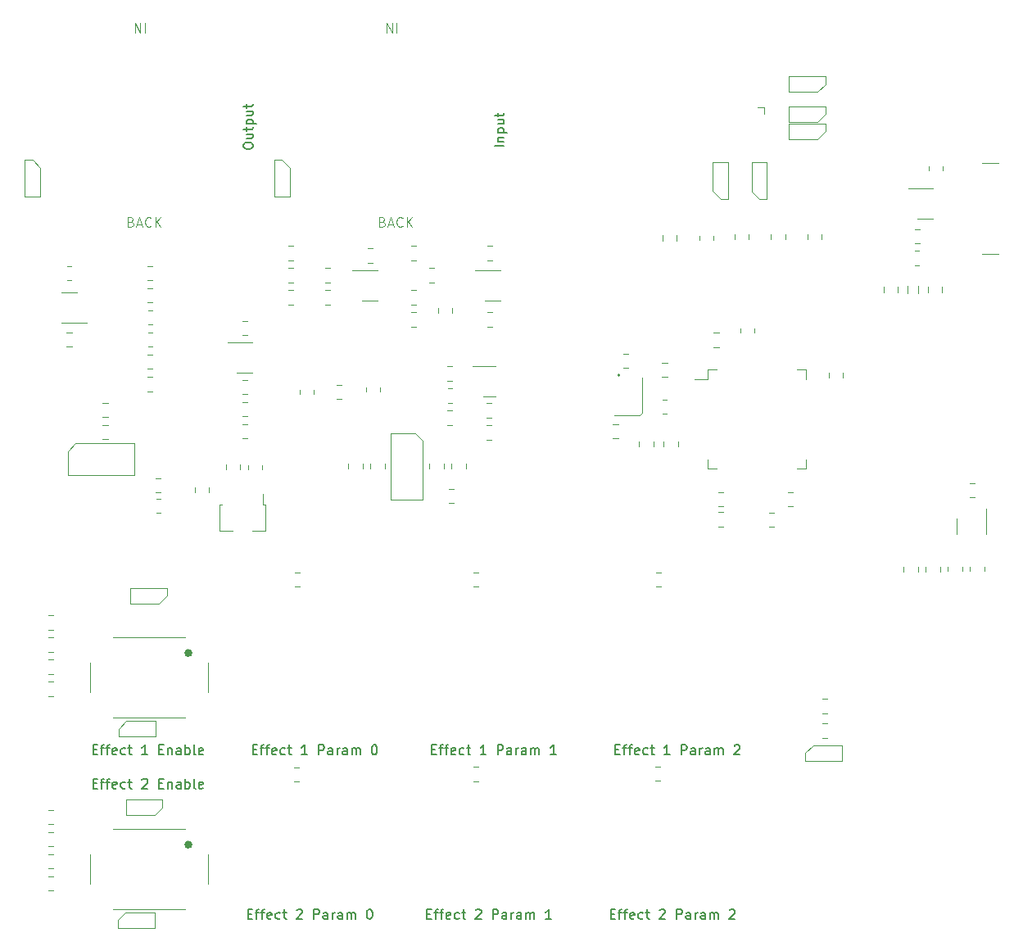
<source format=gbr>
%TF.GenerationSoftware,KiCad,Pcbnew,7.0.9*%
%TF.CreationDate,2023-12-29T23:30:02+01:00*%
%TF.ProjectId,guitar-pedal,67756974-6172-42d7-9065-64616c2e6b69,rev?*%
%TF.SameCoordinates,Original*%
%TF.FileFunction,Legend,Top*%
%TF.FilePolarity,Positive*%
%FSLAX46Y46*%
G04 Gerber Fmt 4.6, Leading zero omitted, Abs format (unit mm)*
G04 Created by KiCad (PCBNEW 7.0.9) date 2023-12-29 23:30:02*
%MOMM*%
%LPD*%
G01*
G04 APERTURE LIST*
%ADD10C,0.150000*%
%ADD11C,0.100000*%
%ADD12C,0.120000*%
%ADD13C,0.409210*%
%ADD14C,0.177000*%
G04 APERTURE END LIST*
D10*
X124369819Y-61028144D02*
X124369819Y-60837668D01*
X124369819Y-60837668D02*
X124417438Y-60742430D01*
X124417438Y-60742430D02*
X124512676Y-60647192D01*
X124512676Y-60647192D02*
X124703152Y-60599573D01*
X124703152Y-60599573D02*
X125036485Y-60599573D01*
X125036485Y-60599573D02*
X125226961Y-60647192D01*
X125226961Y-60647192D02*
X125322200Y-60742430D01*
X125322200Y-60742430D02*
X125369819Y-60837668D01*
X125369819Y-60837668D02*
X125369819Y-61028144D01*
X125369819Y-61028144D02*
X125322200Y-61123382D01*
X125322200Y-61123382D02*
X125226961Y-61218620D01*
X125226961Y-61218620D02*
X125036485Y-61266239D01*
X125036485Y-61266239D02*
X124703152Y-61266239D01*
X124703152Y-61266239D02*
X124512676Y-61218620D01*
X124512676Y-61218620D02*
X124417438Y-61123382D01*
X124417438Y-61123382D02*
X124369819Y-61028144D01*
X124703152Y-59742430D02*
X125369819Y-59742430D01*
X124703152Y-60171001D02*
X125226961Y-60171001D01*
X125226961Y-60171001D02*
X125322200Y-60123382D01*
X125322200Y-60123382D02*
X125369819Y-60028144D01*
X125369819Y-60028144D02*
X125369819Y-59885287D01*
X125369819Y-59885287D02*
X125322200Y-59790049D01*
X125322200Y-59790049D02*
X125274580Y-59742430D01*
X124703152Y-59409096D02*
X124703152Y-59028144D01*
X124369819Y-59266239D02*
X125226961Y-59266239D01*
X125226961Y-59266239D02*
X125322200Y-59218620D01*
X125322200Y-59218620D02*
X125369819Y-59123382D01*
X125369819Y-59123382D02*
X125369819Y-59028144D01*
X124703152Y-58694810D02*
X125703152Y-58694810D01*
X124750771Y-58694810D02*
X124703152Y-58599572D01*
X124703152Y-58599572D02*
X124703152Y-58409096D01*
X124703152Y-58409096D02*
X124750771Y-58313858D01*
X124750771Y-58313858D02*
X124798390Y-58266239D01*
X124798390Y-58266239D02*
X124893628Y-58218620D01*
X124893628Y-58218620D02*
X125179342Y-58218620D01*
X125179342Y-58218620D02*
X125274580Y-58266239D01*
X125274580Y-58266239D02*
X125322200Y-58313858D01*
X125322200Y-58313858D02*
X125369819Y-58409096D01*
X125369819Y-58409096D02*
X125369819Y-58599572D01*
X125369819Y-58599572D02*
X125322200Y-58694810D01*
X124703152Y-57361477D02*
X125369819Y-57361477D01*
X124703152Y-57790048D02*
X125226961Y-57790048D01*
X125226961Y-57790048D02*
X125322200Y-57742429D01*
X125322200Y-57742429D02*
X125369819Y-57647191D01*
X125369819Y-57647191D02*
X125369819Y-57504334D01*
X125369819Y-57504334D02*
X125322200Y-57409096D01*
X125322200Y-57409096D02*
X125274580Y-57361477D01*
X124703152Y-57028143D02*
X124703152Y-56647191D01*
X124369819Y-56885286D02*
X125226961Y-56885286D01*
X125226961Y-56885286D02*
X125322200Y-56837667D01*
X125322200Y-56837667D02*
X125369819Y-56742429D01*
X125369819Y-56742429D02*
X125369819Y-56647191D01*
X162836779Y-123346009D02*
X163170112Y-123346009D01*
X163312969Y-123869819D02*
X162836779Y-123869819D01*
X162836779Y-123869819D02*
X162836779Y-122869819D01*
X162836779Y-122869819D02*
X163312969Y-122869819D01*
X163598684Y-123203152D02*
X163979636Y-123203152D01*
X163741541Y-123869819D02*
X163741541Y-123012676D01*
X163741541Y-123012676D02*
X163789160Y-122917438D01*
X163789160Y-122917438D02*
X163884398Y-122869819D01*
X163884398Y-122869819D02*
X163979636Y-122869819D01*
X164170113Y-123203152D02*
X164551065Y-123203152D01*
X164312970Y-123869819D02*
X164312970Y-123012676D01*
X164312970Y-123012676D02*
X164360589Y-122917438D01*
X164360589Y-122917438D02*
X164455827Y-122869819D01*
X164455827Y-122869819D02*
X164551065Y-122869819D01*
X165265351Y-123822200D02*
X165170113Y-123869819D01*
X165170113Y-123869819D02*
X164979637Y-123869819D01*
X164979637Y-123869819D02*
X164884399Y-123822200D01*
X164884399Y-123822200D02*
X164836780Y-123726961D01*
X164836780Y-123726961D02*
X164836780Y-123346009D01*
X164836780Y-123346009D02*
X164884399Y-123250771D01*
X164884399Y-123250771D02*
X164979637Y-123203152D01*
X164979637Y-123203152D02*
X165170113Y-123203152D01*
X165170113Y-123203152D02*
X165265351Y-123250771D01*
X165265351Y-123250771D02*
X165312970Y-123346009D01*
X165312970Y-123346009D02*
X165312970Y-123441247D01*
X165312970Y-123441247D02*
X164836780Y-123536485D01*
X166170113Y-123822200D02*
X166074875Y-123869819D01*
X166074875Y-123869819D02*
X165884399Y-123869819D01*
X165884399Y-123869819D02*
X165789161Y-123822200D01*
X165789161Y-123822200D02*
X165741542Y-123774580D01*
X165741542Y-123774580D02*
X165693923Y-123679342D01*
X165693923Y-123679342D02*
X165693923Y-123393628D01*
X165693923Y-123393628D02*
X165741542Y-123298390D01*
X165741542Y-123298390D02*
X165789161Y-123250771D01*
X165789161Y-123250771D02*
X165884399Y-123203152D01*
X165884399Y-123203152D02*
X166074875Y-123203152D01*
X166074875Y-123203152D02*
X166170113Y-123250771D01*
X166455828Y-123203152D02*
X166836780Y-123203152D01*
X166598685Y-122869819D02*
X166598685Y-123726961D01*
X166598685Y-123726961D02*
X166646304Y-123822200D01*
X166646304Y-123822200D02*
X166741542Y-123869819D01*
X166741542Y-123869819D02*
X166836780Y-123869819D01*
X168455828Y-123869819D02*
X167884400Y-123869819D01*
X168170114Y-123869819D02*
X168170114Y-122869819D01*
X168170114Y-122869819D02*
X168074876Y-123012676D01*
X168074876Y-123012676D02*
X167979638Y-123107914D01*
X167979638Y-123107914D02*
X167884400Y-123155533D01*
X169646305Y-123869819D02*
X169646305Y-122869819D01*
X169646305Y-122869819D02*
X170027257Y-122869819D01*
X170027257Y-122869819D02*
X170122495Y-122917438D01*
X170122495Y-122917438D02*
X170170114Y-122965057D01*
X170170114Y-122965057D02*
X170217733Y-123060295D01*
X170217733Y-123060295D02*
X170217733Y-123203152D01*
X170217733Y-123203152D02*
X170170114Y-123298390D01*
X170170114Y-123298390D02*
X170122495Y-123346009D01*
X170122495Y-123346009D02*
X170027257Y-123393628D01*
X170027257Y-123393628D02*
X169646305Y-123393628D01*
X171074876Y-123869819D02*
X171074876Y-123346009D01*
X171074876Y-123346009D02*
X171027257Y-123250771D01*
X171027257Y-123250771D02*
X170932019Y-123203152D01*
X170932019Y-123203152D02*
X170741543Y-123203152D01*
X170741543Y-123203152D02*
X170646305Y-123250771D01*
X171074876Y-123822200D02*
X170979638Y-123869819D01*
X170979638Y-123869819D02*
X170741543Y-123869819D01*
X170741543Y-123869819D02*
X170646305Y-123822200D01*
X170646305Y-123822200D02*
X170598686Y-123726961D01*
X170598686Y-123726961D02*
X170598686Y-123631723D01*
X170598686Y-123631723D02*
X170646305Y-123536485D01*
X170646305Y-123536485D02*
X170741543Y-123488866D01*
X170741543Y-123488866D02*
X170979638Y-123488866D01*
X170979638Y-123488866D02*
X171074876Y-123441247D01*
X171551067Y-123869819D02*
X171551067Y-123203152D01*
X171551067Y-123393628D02*
X171598686Y-123298390D01*
X171598686Y-123298390D02*
X171646305Y-123250771D01*
X171646305Y-123250771D02*
X171741543Y-123203152D01*
X171741543Y-123203152D02*
X171836781Y-123203152D01*
X172598686Y-123869819D02*
X172598686Y-123346009D01*
X172598686Y-123346009D02*
X172551067Y-123250771D01*
X172551067Y-123250771D02*
X172455829Y-123203152D01*
X172455829Y-123203152D02*
X172265353Y-123203152D01*
X172265353Y-123203152D02*
X172170115Y-123250771D01*
X172598686Y-123822200D02*
X172503448Y-123869819D01*
X172503448Y-123869819D02*
X172265353Y-123869819D01*
X172265353Y-123869819D02*
X172170115Y-123822200D01*
X172170115Y-123822200D02*
X172122496Y-123726961D01*
X172122496Y-123726961D02*
X172122496Y-123631723D01*
X172122496Y-123631723D02*
X172170115Y-123536485D01*
X172170115Y-123536485D02*
X172265353Y-123488866D01*
X172265353Y-123488866D02*
X172503448Y-123488866D01*
X172503448Y-123488866D02*
X172598686Y-123441247D01*
X173074877Y-123869819D02*
X173074877Y-123203152D01*
X173074877Y-123298390D02*
X173122496Y-123250771D01*
X173122496Y-123250771D02*
X173217734Y-123203152D01*
X173217734Y-123203152D02*
X173360591Y-123203152D01*
X173360591Y-123203152D02*
X173455829Y-123250771D01*
X173455829Y-123250771D02*
X173503448Y-123346009D01*
X173503448Y-123346009D02*
X173503448Y-123869819D01*
X173503448Y-123346009D02*
X173551067Y-123250771D01*
X173551067Y-123250771D02*
X173646305Y-123203152D01*
X173646305Y-123203152D02*
X173789162Y-123203152D01*
X173789162Y-123203152D02*
X173884401Y-123250771D01*
X173884401Y-123250771D02*
X173932020Y-123346009D01*
X173932020Y-123346009D02*
X173932020Y-123869819D01*
X175122496Y-122965057D02*
X175170115Y-122917438D01*
X175170115Y-122917438D02*
X175265353Y-122869819D01*
X175265353Y-122869819D02*
X175503448Y-122869819D01*
X175503448Y-122869819D02*
X175598686Y-122917438D01*
X175598686Y-122917438D02*
X175646305Y-122965057D01*
X175646305Y-122965057D02*
X175693924Y-123060295D01*
X175693924Y-123060295D02*
X175693924Y-123155533D01*
X175693924Y-123155533D02*
X175646305Y-123298390D01*
X175646305Y-123298390D02*
X175074877Y-123869819D01*
X175074877Y-123869819D02*
X175693924Y-123869819D01*
X151316219Y-60964620D02*
X150316219Y-60964620D01*
X150649552Y-60488430D02*
X151316219Y-60488430D01*
X150744790Y-60488430D02*
X150697171Y-60440811D01*
X150697171Y-60440811D02*
X150649552Y-60345573D01*
X150649552Y-60345573D02*
X150649552Y-60202716D01*
X150649552Y-60202716D02*
X150697171Y-60107478D01*
X150697171Y-60107478D02*
X150792409Y-60059859D01*
X150792409Y-60059859D02*
X151316219Y-60059859D01*
X150649552Y-59583668D02*
X151649552Y-59583668D01*
X150697171Y-59583668D02*
X150649552Y-59488430D01*
X150649552Y-59488430D02*
X150649552Y-59297954D01*
X150649552Y-59297954D02*
X150697171Y-59202716D01*
X150697171Y-59202716D02*
X150744790Y-59155097D01*
X150744790Y-59155097D02*
X150840028Y-59107478D01*
X150840028Y-59107478D02*
X151125742Y-59107478D01*
X151125742Y-59107478D02*
X151220980Y-59155097D01*
X151220980Y-59155097D02*
X151268600Y-59202716D01*
X151268600Y-59202716D02*
X151316219Y-59297954D01*
X151316219Y-59297954D02*
X151316219Y-59488430D01*
X151316219Y-59488430D02*
X151268600Y-59583668D01*
X150649552Y-58250335D02*
X151316219Y-58250335D01*
X150649552Y-58678906D02*
X151173361Y-58678906D01*
X151173361Y-58678906D02*
X151268600Y-58631287D01*
X151268600Y-58631287D02*
X151316219Y-58536049D01*
X151316219Y-58536049D02*
X151316219Y-58393192D01*
X151316219Y-58393192D02*
X151268600Y-58297954D01*
X151268600Y-58297954D02*
X151220980Y-58250335D01*
X150649552Y-57917001D02*
X150649552Y-57536049D01*
X150316219Y-57774144D02*
X151173361Y-57774144D01*
X151173361Y-57774144D02*
X151268600Y-57726525D01*
X151268600Y-57726525D02*
X151316219Y-57631287D01*
X151316219Y-57631287D02*
X151316219Y-57536049D01*
X124836779Y-140346009D02*
X125170112Y-140346009D01*
X125312969Y-140869819D02*
X124836779Y-140869819D01*
X124836779Y-140869819D02*
X124836779Y-139869819D01*
X124836779Y-139869819D02*
X125312969Y-139869819D01*
X125598684Y-140203152D02*
X125979636Y-140203152D01*
X125741541Y-140869819D02*
X125741541Y-140012676D01*
X125741541Y-140012676D02*
X125789160Y-139917438D01*
X125789160Y-139917438D02*
X125884398Y-139869819D01*
X125884398Y-139869819D02*
X125979636Y-139869819D01*
X126170113Y-140203152D02*
X126551065Y-140203152D01*
X126312970Y-140869819D02*
X126312970Y-140012676D01*
X126312970Y-140012676D02*
X126360589Y-139917438D01*
X126360589Y-139917438D02*
X126455827Y-139869819D01*
X126455827Y-139869819D02*
X126551065Y-139869819D01*
X127265351Y-140822200D02*
X127170113Y-140869819D01*
X127170113Y-140869819D02*
X126979637Y-140869819D01*
X126979637Y-140869819D02*
X126884399Y-140822200D01*
X126884399Y-140822200D02*
X126836780Y-140726961D01*
X126836780Y-140726961D02*
X126836780Y-140346009D01*
X126836780Y-140346009D02*
X126884399Y-140250771D01*
X126884399Y-140250771D02*
X126979637Y-140203152D01*
X126979637Y-140203152D02*
X127170113Y-140203152D01*
X127170113Y-140203152D02*
X127265351Y-140250771D01*
X127265351Y-140250771D02*
X127312970Y-140346009D01*
X127312970Y-140346009D02*
X127312970Y-140441247D01*
X127312970Y-140441247D02*
X126836780Y-140536485D01*
X128170113Y-140822200D02*
X128074875Y-140869819D01*
X128074875Y-140869819D02*
X127884399Y-140869819D01*
X127884399Y-140869819D02*
X127789161Y-140822200D01*
X127789161Y-140822200D02*
X127741542Y-140774580D01*
X127741542Y-140774580D02*
X127693923Y-140679342D01*
X127693923Y-140679342D02*
X127693923Y-140393628D01*
X127693923Y-140393628D02*
X127741542Y-140298390D01*
X127741542Y-140298390D02*
X127789161Y-140250771D01*
X127789161Y-140250771D02*
X127884399Y-140203152D01*
X127884399Y-140203152D02*
X128074875Y-140203152D01*
X128074875Y-140203152D02*
X128170113Y-140250771D01*
X128455828Y-140203152D02*
X128836780Y-140203152D01*
X128598685Y-139869819D02*
X128598685Y-140726961D01*
X128598685Y-140726961D02*
X128646304Y-140822200D01*
X128646304Y-140822200D02*
X128741542Y-140869819D01*
X128741542Y-140869819D02*
X128836780Y-140869819D01*
X129884400Y-139965057D02*
X129932019Y-139917438D01*
X129932019Y-139917438D02*
X130027257Y-139869819D01*
X130027257Y-139869819D02*
X130265352Y-139869819D01*
X130265352Y-139869819D02*
X130360590Y-139917438D01*
X130360590Y-139917438D02*
X130408209Y-139965057D01*
X130408209Y-139965057D02*
X130455828Y-140060295D01*
X130455828Y-140060295D02*
X130455828Y-140155533D01*
X130455828Y-140155533D02*
X130408209Y-140298390D01*
X130408209Y-140298390D02*
X129836781Y-140869819D01*
X129836781Y-140869819D02*
X130455828Y-140869819D01*
X131646305Y-140869819D02*
X131646305Y-139869819D01*
X131646305Y-139869819D02*
X132027257Y-139869819D01*
X132027257Y-139869819D02*
X132122495Y-139917438D01*
X132122495Y-139917438D02*
X132170114Y-139965057D01*
X132170114Y-139965057D02*
X132217733Y-140060295D01*
X132217733Y-140060295D02*
X132217733Y-140203152D01*
X132217733Y-140203152D02*
X132170114Y-140298390D01*
X132170114Y-140298390D02*
X132122495Y-140346009D01*
X132122495Y-140346009D02*
X132027257Y-140393628D01*
X132027257Y-140393628D02*
X131646305Y-140393628D01*
X133074876Y-140869819D02*
X133074876Y-140346009D01*
X133074876Y-140346009D02*
X133027257Y-140250771D01*
X133027257Y-140250771D02*
X132932019Y-140203152D01*
X132932019Y-140203152D02*
X132741543Y-140203152D01*
X132741543Y-140203152D02*
X132646305Y-140250771D01*
X133074876Y-140822200D02*
X132979638Y-140869819D01*
X132979638Y-140869819D02*
X132741543Y-140869819D01*
X132741543Y-140869819D02*
X132646305Y-140822200D01*
X132646305Y-140822200D02*
X132598686Y-140726961D01*
X132598686Y-140726961D02*
X132598686Y-140631723D01*
X132598686Y-140631723D02*
X132646305Y-140536485D01*
X132646305Y-140536485D02*
X132741543Y-140488866D01*
X132741543Y-140488866D02*
X132979638Y-140488866D01*
X132979638Y-140488866D02*
X133074876Y-140441247D01*
X133551067Y-140869819D02*
X133551067Y-140203152D01*
X133551067Y-140393628D02*
X133598686Y-140298390D01*
X133598686Y-140298390D02*
X133646305Y-140250771D01*
X133646305Y-140250771D02*
X133741543Y-140203152D01*
X133741543Y-140203152D02*
X133836781Y-140203152D01*
X134598686Y-140869819D02*
X134598686Y-140346009D01*
X134598686Y-140346009D02*
X134551067Y-140250771D01*
X134551067Y-140250771D02*
X134455829Y-140203152D01*
X134455829Y-140203152D02*
X134265353Y-140203152D01*
X134265353Y-140203152D02*
X134170115Y-140250771D01*
X134598686Y-140822200D02*
X134503448Y-140869819D01*
X134503448Y-140869819D02*
X134265353Y-140869819D01*
X134265353Y-140869819D02*
X134170115Y-140822200D01*
X134170115Y-140822200D02*
X134122496Y-140726961D01*
X134122496Y-140726961D02*
X134122496Y-140631723D01*
X134122496Y-140631723D02*
X134170115Y-140536485D01*
X134170115Y-140536485D02*
X134265353Y-140488866D01*
X134265353Y-140488866D02*
X134503448Y-140488866D01*
X134503448Y-140488866D02*
X134598686Y-140441247D01*
X135074877Y-140869819D02*
X135074877Y-140203152D01*
X135074877Y-140298390D02*
X135122496Y-140250771D01*
X135122496Y-140250771D02*
X135217734Y-140203152D01*
X135217734Y-140203152D02*
X135360591Y-140203152D01*
X135360591Y-140203152D02*
X135455829Y-140250771D01*
X135455829Y-140250771D02*
X135503448Y-140346009D01*
X135503448Y-140346009D02*
X135503448Y-140869819D01*
X135503448Y-140346009D02*
X135551067Y-140250771D01*
X135551067Y-140250771D02*
X135646305Y-140203152D01*
X135646305Y-140203152D02*
X135789162Y-140203152D01*
X135789162Y-140203152D02*
X135884401Y-140250771D01*
X135884401Y-140250771D02*
X135932020Y-140346009D01*
X135932020Y-140346009D02*
X135932020Y-140869819D01*
X137360591Y-139869819D02*
X137455829Y-139869819D01*
X137455829Y-139869819D02*
X137551067Y-139917438D01*
X137551067Y-139917438D02*
X137598686Y-139965057D01*
X137598686Y-139965057D02*
X137646305Y-140060295D01*
X137646305Y-140060295D02*
X137693924Y-140250771D01*
X137693924Y-140250771D02*
X137693924Y-140488866D01*
X137693924Y-140488866D02*
X137646305Y-140679342D01*
X137646305Y-140679342D02*
X137598686Y-140774580D01*
X137598686Y-140774580D02*
X137551067Y-140822200D01*
X137551067Y-140822200D02*
X137455829Y-140869819D01*
X137455829Y-140869819D02*
X137360591Y-140869819D01*
X137360591Y-140869819D02*
X137265353Y-140822200D01*
X137265353Y-140822200D02*
X137217734Y-140774580D01*
X137217734Y-140774580D02*
X137170115Y-140679342D01*
X137170115Y-140679342D02*
X137122496Y-140488866D01*
X137122496Y-140488866D02*
X137122496Y-140250771D01*
X137122496Y-140250771D02*
X137170115Y-140060295D01*
X137170115Y-140060295D02*
X137217734Y-139965057D01*
X137217734Y-139965057D02*
X137265353Y-139917438D01*
X137265353Y-139917438D02*
X137360591Y-139869819D01*
X143836779Y-123346009D02*
X144170112Y-123346009D01*
X144312969Y-123869819D02*
X143836779Y-123869819D01*
X143836779Y-123869819D02*
X143836779Y-122869819D01*
X143836779Y-122869819D02*
X144312969Y-122869819D01*
X144598684Y-123203152D02*
X144979636Y-123203152D01*
X144741541Y-123869819D02*
X144741541Y-123012676D01*
X144741541Y-123012676D02*
X144789160Y-122917438D01*
X144789160Y-122917438D02*
X144884398Y-122869819D01*
X144884398Y-122869819D02*
X144979636Y-122869819D01*
X145170113Y-123203152D02*
X145551065Y-123203152D01*
X145312970Y-123869819D02*
X145312970Y-123012676D01*
X145312970Y-123012676D02*
X145360589Y-122917438D01*
X145360589Y-122917438D02*
X145455827Y-122869819D01*
X145455827Y-122869819D02*
X145551065Y-122869819D01*
X146265351Y-123822200D02*
X146170113Y-123869819D01*
X146170113Y-123869819D02*
X145979637Y-123869819D01*
X145979637Y-123869819D02*
X145884399Y-123822200D01*
X145884399Y-123822200D02*
X145836780Y-123726961D01*
X145836780Y-123726961D02*
X145836780Y-123346009D01*
X145836780Y-123346009D02*
X145884399Y-123250771D01*
X145884399Y-123250771D02*
X145979637Y-123203152D01*
X145979637Y-123203152D02*
X146170113Y-123203152D01*
X146170113Y-123203152D02*
X146265351Y-123250771D01*
X146265351Y-123250771D02*
X146312970Y-123346009D01*
X146312970Y-123346009D02*
X146312970Y-123441247D01*
X146312970Y-123441247D02*
X145836780Y-123536485D01*
X147170113Y-123822200D02*
X147074875Y-123869819D01*
X147074875Y-123869819D02*
X146884399Y-123869819D01*
X146884399Y-123869819D02*
X146789161Y-123822200D01*
X146789161Y-123822200D02*
X146741542Y-123774580D01*
X146741542Y-123774580D02*
X146693923Y-123679342D01*
X146693923Y-123679342D02*
X146693923Y-123393628D01*
X146693923Y-123393628D02*
X146741542Y-123298390D01*
X146741542Y-123298390D02*
X146789161Y-123250771D01*
X146789161Y-123250771D02*
X146884399Y-123203152D01*
X146884399Y-123203152D02*
X147074875Y-123203152D01*
X147074875Y-123203152D02*
X147170113Y-123250771D01*
X147455828Y-123203152D02*
X147836780Y-123203152D01*
X147598685Y-122869819D02*
X147598685Y-123726961D01*
X147598685Y-123726961D02*
X147646304Y-123822200D01*
X147646304Y-123822200D02*
X147741542Y-123869819D01*
X147741542Y-123869819D02*
X147836780Y-123869819D01*
X149455828Y-123869819D02*
X148884400Y-123869819D01*
X149170114Y-123869819D02*
X149170114Y-122869819D01*
X149170114Y-122869819D02*
X149074876Y-123012676D01*
X149074876Y-123012676D02*
X148979638Y-123107914D01*
X148979638Y-123107914D02*
X148884400Y-123155533D01*
X150646305Y-123869819D02*
X150646305Y-122869819D01*
X150646305Y-122869819D02*
X151027257Y-122869819D01*
X151027257Y-122869819D02*
X151122495Y-122917438D01*
X151122495Y-122917438D02*
X151170114Y-122965057D01*
X151170114Y-122965057D02*
X151217733Y-123060295D01*
X151217733Y-123060295D02*
X151217733Y-123203152D01*
X151217733Y-123203152D02*
X151170114Y-123298390D01*
X151170114Y-123298390D02*
X151122495Y-123346009D01*
X151122495Y-123346009D02*
X151027257Y-123393628D01*
X151027257Y-123393628D02*
X150646305Y-123393628D01*
X152074876Y-123869819D02*
X152074876Y-123346009D01*
X152074876Y-123346009D02*
X152027257Y-123250771D01*
X152027257Y-123250771D02*
X151932019Y-123203152D01*
X151932019Y-123203152D02*
X151741543Y-123203152D01*
X151741543Y-123203152D02*
X151646305Y-123250771D01*
X152074876Y-123822200D02*
X151979638Y-123869819D01*
X151979638Y-123869819D02*
X151741543Y-123869819D01*
X151741543Y-123869819D02*
X151646305Y-123822200D01*
X151646305Y-123822200D02*
X151598686Y-123726961D01*
X151598686Y-123726961D02*
X151598686Y-123631723D01*
X151598686Y-123631723D02*
X151646305Y-123536485D01*
X151646305Y-123536485D02*
X151741543Y-123488866D01*
X151741543Y-123488866D02*
X151979638Y-123488866D01*
X151979638Y-123488866D02*
X152074876Y-123441247D01*
X152551067Y-123869819D02*
X152551067Y-123203152D01*
X152551067Y-123393628D02*
X152598686Y-123298390D01*
X152598686Y-123298390D02*
X152646305Y-123250771D01*
X152646305Y-123250771D02*
X152741543Y-123203152D01*
X152741543Y-123203152D02*
X152836781Y-123203152D01*
X153598686Y-123869819D02*
X153598686Y-123346009D01*
X153598686Y-123346009D02*
X153551067Y-123250771D01*
X153551067Y-123250771D02*
X153455829Y-123203152D01*
X153455829Y-123203152D02*
X153265353Y-123203152D01*
X153265353Y-123203152D02*
X153170115Y-123250771D01*
X153598686Y-123822200D02*
X153503448Y-123869819D01*
X153503448Y-123869819D02*
X153265353Y-123869819D01*
X153265353Y-123869819D02*
X153170115Y-123822200D01*
X153170115Y-123822200D02*
X153122496Y-123726961D01*
X153122496Y-123726961D02*
X153122496Y-123631723D01*
X153122496Y-123631723D02*
X153170115Y-123536485D01*
X153170115Y-123536485D02*
X153265353Y-123488866D01*
X153265353Y-123488866D02*
X153503448Y-123488866D01*
X153503448Y-123488866D02*
X153598686Y-123441247D01*
X154074877Y-123869819D02*
X154074877Y-123203152D01*
X154074877Y-123298390D02*
X154122496Y-123250771D01*
X154122496Y-123250771D02*
X154217734Y-123203152D01*
X154217734Y-123203152D02*
X154360591Y-123203152D01*
X154360591Y-123203152D02*
X154455829Y-123250771D01*
X154455829Y-123250771D02*
X154503448Y-123346009D01*
X154503448Y-123346009D02*
X154503448Y-123869819D01*
X154503448Y-123346009D02*
X154551067Y-123250771D01*
X154551067Y-123250771D02*
X154646305Y-123203152D01*
X154646305Y-123203152D02*
X154789162Y-123203152D01*
X154789162Y-123203152D02*
X154884401Y-123250771D01*
X154884401Y-123250771D02*
X154932020Y-123346009D01*
X154932020Y-123346009D02*
X154932020Y-123869819D01*
X156693924Y-123869819D02*
X156122496Y-123869819D01*
X156408210Y-123869819D02*
X156408210Y-122869819D01*
X156408210Y-122869819D02*
X156312972Y-123012676D01*
X156312972Y-123012676D02*
X156217734Y-123107914D01*
X156217734Y-123107914D02*
X156122496Y-123155533D01*
X143336779Y-140346009D02*
X143670112Y-140346009D01*
X143812969Y-140869819D02*
X143336779Y-140869819D01*
X143336779Y-140869819D02*
X143336779Y-139869819D01*
X143336779Y-139869819D02*
X143812969Y-139869819D01*
X144098684Y-140203152D02*
X144479636Y-140203152D01*
X144241541Y-140869819D02*
X144241541Y-140012676D01*
X144241541Y-140012676D02*
X144289160Y-139917438D01*
X144289160Y-139917438D02*
X144384398Y-139869819D01*
X144384398Y-139869819D02*
X144479636Y-139869819D01*
X144670113Y-140203152D02*
X145051065Y-140203152D01*
X144812970Y-140869819D02*
X144812970Y-140012676D01*
X144812970Y-140012676D02*
X144860589Y-139917438D01*
X144860589Y-139917438D02*
X144955827Y-139869819D01*
X144955827Y-139869819D02*
X145051065Y-139869819D01*
X145765351Y-140822200D02*
X145670113Y-140869819D01*
X145670113Y-140869819D02*
X145479637Y-140869819D01*
X145479637Y-140869819D02*
X145384399Y-140822200D01*
X145384399Y-140822200D02*
X145336780Y-140726961D01*
X145336780Y-140726961D02*
X145336780Y-140346009D01*
X145336780Y-140346009D02*
X145384399Y-140250771D01*
X145384399Y-140250771D02*
X145479637Y-140203152D01*
X145479637Y-140203152D02*
X145670113Y-140203152D01*
X145670113Y-140203152D02*
X145765351Y-140250771D01*
X145765351Y-140250771D02*
X145812970Y-140346009D01*
X145812970Y-140346009D02*
X145812970Y-140441247D01*
X145812970Y-140441247D02*
X145336780Y-140536485D01*
X146670113Y-140822200D02*
X146574875Y-140869819D01*
X146574875Y-140869819D02*
X146384399Y-140869819D01*
X146384399Y-140869819D02*
X146289161Y-140822200D01*
X146289161Y-140822200D02*
X146241542Y-140774580D01*
X146241542Y-140774580D02*
X146193923Y-140679342D01*
X146193923Y-140679342D02*
X146193923Y-140393628D01*
X146193923Y-140393628D02*
X146241542Y-140298390D01*
X146241542Y-140298390D02*
X146289161Y-140250771D01*
X146289161Y-140250771D02*
X146384399Y-140203152D01*
X146384399Y-140203152D02*
X146574875Y-140203152D01*
X146574875Y-140203152D02*
X146670113Y-140250771D01*
X146955828Y-140203152D02*
X147336780Y-140203152D01*
X147098685Y-139869819D02*
X147098685Y-140726961D01*
X147098685Y-140726961D02*
X147146304Y-140822200D01*
X147146304Y-140822200D02*
X147241542Y-140869819D01*
X147241542Y-140869819D02*
X147336780Y-140869819D01*
X148384400Y-139965057D02*
X148432019Y-139917438D01*
X148432019Y-139917438D02*
X148527257Y-139869819D01*
X148527257Y-139869819D02*
X148765352Y-139869819D01*
X148765352Y-139869819D02*
X148860590Y-139917438D01*
X148860590Y-139917438D02*
X148908209Y-139965057D01*
X148908209Y-139965057D02*
X148955828Y-140060295D01*
X148955828Y-140060295D02*
X148955828Y-140155533D01*
X148955828Y-140155533D02*
X148908209Y-140298390D01*
X148908209Y-140298390D02*
X148336781Y-140869819D01*
X148336781Y-140869819D02*
X148955828Y-140869819D01*
X150146305Y-140869819D02*
X150146305Y-139869819D01*
X150146305Y-139869819D02*
X150527257Y-139869819D01*
X150527257Y-139869819D02*
X150622495Y-139917438D01*
X150622495Y-139917438D02*
X150670114Y-139965057D01*
X150670114Y-139965057D02*
X150717733Y-140060295D01*
X150717733Y-140060295D02*
X150717733Y-140203152D01*
X150717733Y-140203152D02*
X150670114Y-140298390D01*
X150670114Y-140298390D02*
X150622495Y-140346009D01*
X150622495Y-140346009D02*
X150527257Y-140393628D01*
X150527257Y-140393628D02*
X150146305Y-140393628D01*
X151574876Y-140869819D02*
X151574876Y-140346009D01*
X151574876Y-140346009D02*
X151527257Y-140250771D01*
X151527257Y-140250771D02*
X151432019Y-140203152D01*
X151432019Y-140203152D02*
X151241543Y-140203152D01*
X151241543Y-140203152D02*
X151146305Y-140250771D01*
X151574876Y-140822200D02*
X151479638Y-140869819D01*
X151479638Y-140869819D02*
X151241543Y-140869819D01*
X151241543Y-140869819D02*
X151146305Y-140822200D01*
X151146305Y-140822200D02*
X151098686Y-140726961D01*
X151098686Y-140726961D02*
X151098686Y-140631723D01*
X151098686Y-140631723D02*
X151146305Y-140536485D01*
X151146305Y-140536485D02*
X151241543Y-140488866D01*
X151241543Y-140488866D02*
X151479638Y-140488866D01*
X151479638Y-140488866D02*
X151574876Y-140441247D01*
X152051067Y-140869819D02*
X152051067Y-140203152D01*
X152051067Y-140393628D02*
X152098686Y-140298390D01*
X152098686Y-140298390D02*
X152146305Y-140250771D01*
X152146305Y-140250771D02*
X152241543Y-140203152D01*
X152241543Y-140203152D02*
X152336781Y-140203152D01*
X153098686Y-140869819D02*
X153098686Y-140346009D01*
X153098686Y-140346009D02*
X153051067Y-140250771D01*
X153051067Y-140250771D02*
X152955829Y-140203152D01*
X152955829Y-140203152D02*
X152765353Y-140203152D01*
X152765353Y-140203152D02*
X152670115Y-140250771D01*
X153098686Y-140822200D02*
X153003448Y-140869819D01*
X153003448Y-140869819D02*
X152765353Y-140869819D01*
X152765353Y-140869819D02*
X152670115Y-140822200D01*
X152670115Y-140822200D02*
X152622496Y-140726961D01*
X152622496Y-140726961D02*
X152622496Y-140631723D01*
X152622496Y-140631723D02*
X152670115Y-140536485D01*
X152670115Y-140536485D02*
X152765353Y-140488866D01*
X152765353Y-140488866D02*
X153003448Y-140488866D01*
X153003448Y-140488866D02*
X153098686Y-140441247D01*
X153574877Y-140869819D02*
X153574877Y-140203152D01*
X153574877Y-140298390D02*
X153622496Y-140250771D01*
X153622496Y-140250771D02*
X153717734Y-140203152D01*
X153717734Y-140203152D02*
X153860591Y-140203152D01*
X153860591Y-140203152D02*
X153955829Y-140250771D01*
X153955829Y-140250771D02*
X154003448Y-140346009D01*
X154003448Y-140346009D02*
X154003448Y-140869819D01*
X154003448Y-140346009D02*
X154051067Y-140250771D01*
X154051067Y-140250771D02*
X154146305Y-140203152D01*
X154146305Y-140203152D02*
X154289162Y-140203152D01*
X154289162Y-140203152D02*
X154384401Y-140250771D01*
X154384401Y-140250771D02*
X154432020Y-140346009D01*
X154432020Y-140346009D02*
X154432020Y-140869819D01*
X156193924Y-140869819D02*
X155622496Y-140869819D01*
X155908210Y-140869819D02*
X155908210Y-139869819D01*
X155908210Y-139869819D02*
X155812972Y-140012676D01*
X155812972Y-140012676D02*
X155717734Y-140107914D01*
X155717734Y-140107914D02*
X155622496Y-140155533D01*
X108836779Y-126846009D02*
X109170112Y-126846009D01*
X109312969Y-127369819D02*
X108836779Y-127369819D01*
X108836779Y-127369819D02*
X108836779Y-126369819D01*
X108836779Y-126369819D02*
X109312969Y-126369819D01*
X109598684Y-126703152D02*
X109979636Y-126703152D01*
X109741541Y-127369819D02*
X109741541Y-126512676D01*
X109741541Y-126512676D02*
X109789160Y-126417438D01*
X109789160Y-126417438D02*
X109884398Y-126369819D01*
X109884398Y-126369819D02*
X109979636Y-126369819D01*
X110170113Y-126703152D02*
X110551065Y-126703152D01*
X110312970Y-127369819D02*
X110312970Y-126512676D01*
X110312970Y-126512676D02*
X110360589Y-126417438D01*
X110360589Y-126417438D02*
X110455827Y-126369819D01*
X110455827Y-126369819D02*
X110551065Y-126369819D01*
X111265351Y-127322200D02*
X111170113Y-127369819D01*
X111170113Y-127369819D02*
X110979637Y-127369819D01*
X110979637Y-127369819D02*
X110884399Y-127322200D01*
X110884399Y-127322200D02*
X110836780Y-127226961D01*
X110836780Y-127226961D02*
X110836780Y-126846009D01*
X110836780Y-126846009D02*
X110884399Y-126750771D01*
X110884399Y-126750771D02*
X110979637Y-126703152D01*
X110979637Y-126703152D02*
X111170113Y-126703152D01*
X111170113Y-126703152D02*
X111265351Y-126750771D01*
X111265351Y-126750771D02*
X111312970Y-126846009D01*
X111312970Y-126846009D02*
X111312970Y-126941247D01*
X111312970Y-126941247D02*
X110836780Y-127036485D01*
X112170113Y-127322200D02*
X112074875Y-127369819D01*
X112074875Y-127369819D02*
X111884399Y-127369819D01*
X111884399Y-127369819D02*
X111789161Y-127322200D01*
X111789161Y-127322200D02*
X111741542Y-127274580D01*
X111741542Y-127274580D02*
X111693923Y-127179342D01*
X111693923Y-127179342D02*
X111693923Y-126893628D01*
X111693923Y-126893628D02*
X111741542Y-126798390D01*
X111741542Y-126798390D02*
X111789161Y-126750771D01*
X111789161Y-126750771D02*
X111884399Y-126703152D01*
X111884399Y-126703152D02*
X112074875Y-126703152D01*
X112074875Y-126703152D02*
X112170113Y-126750771D01*
X112455828Y-126703152D02*
X112836780Y-126703152D01*
X112598685Y-126369819D02*
X112598685Y-127226961D01*
X112598685Y-127226961D02*
X112646304Y-127322200D01*
X112646304Y-127322200D02*
X112741542Y-127369819D01*
X112741542Y-127369819D02*
X112836780Y-127369819D01*
X113884400Y-126465057D02*
X113932019Y-126417438D01*
X113932019Y-126417438D02*
X114027257Y-126369819D01*
X114027257Y-126369819D02*
X114265352Y-126369819D01*
X114265352Y-126369819D02*
X114360590Y-126417438D01*
X114360590Y-126417438D02*
X114408209Y-126465057D01*
X114408209Y-126465057D02*
X114455828Y-126560295D01*
X114455828Y-126560295D02*
X114455828Y-126655533D01*
X114455828Y-126655533D02*
X114408209Y-126798390D01*
X114408209Y-126798390D02*
X113836781Y-127369819D01*
X113836781Y-127369819D02*
X114455828Y-127369819D01*
X115646305Y-126846009D02*
X115979638Y-126846009D01*
X116122495Y-127369819D02*
X115646305Y-127369819D01*
X115646305Y-127369819D02*
X115646305Y-126369819D01*
X115646305Y-126369819D02*
X116122495Y-126369819D01*
X116551067Y-126703152D02*
X116551067Y-127369819D01*
X116551067Y-126798390D02*
X116598686Y-126750771D01*
X116598686Y-126750771D02*
X116693924Y-126703152D01*
X116693924Y-126703152D02*
X116836781Y-126703152D01*
X116836781Y-126703152D02*
X116932019Y-126750771D01*
X116932019Y-126750771D02*
X116979638Y-126846009D01*
X116979638Y-126846009D02*
X116979638Y-127369819D01*
X117884400Y-127369819D02*
X117884400Y-126846009D01*
X117884400Y-126846009D02*
X117836781Y-126750771D01*
X117836781Y-126750771D02*
X117741543Y-126703152D01*
X117741543Y-126703152D02*
X117551067Y-126703152D01*
X117551067Y-126703152D02*
X117455829Y-126750771D01*
X117884400Y-127322200D02*
X117789162Y-127369819D01*
X117789162Y-127369819D02*
X117551067Y-127369819D01*
X117551067Y-127369819D02*
X117455829Y-127322200D01*
X117455829Y-127322200D02*
X117408210Y-127226961D01*
X117408210Y-127226961D02*
X117408210Y-127131723D01*
X117408210Y-127131723D02*
X117455829Y-127036485D01*
X117455829Y-127036485D02*
X117551067Y-126988866D01*
X117551067Y-126988866D02*
X117789162Y-126988866D01*
X117789162Y-126988866D02*
X117884400Y-126941247D01*
X118360591Y-127369819D02*
X118360591Y-126369819D01*
X118360591Y-126750771D02*
X118455829Y-126703152D01*
X118455829Y-126703152D02*
X118646305Y-126703152D01*
X118646305Y-126703152D02*
X118741543Y-126750771D01*
X118741543Y-126750771D02*
X118789162Y-126798390D01*
X118789162Y-126798390D02*
X118836781Y-126893628D01*
X118836781Y-126893628D02*
X118836781Y-127179342D01*
X118836781Y-127179342D02*
X118789162Y-127274580D01*
X118789162Y-127274580D02*
X118741543Y-127322200D01*
X118741543Y-127322200D02*
X118646305Y-127369819D01*
X118646305Y-127369819D02*
X118455829Y-127369819D01*
X118455829Y-127369819D02*
X118360591Y-127322200D01*
X119408210Y-127369819D02*
X119312972Y-127322200D01*
X119312972Y-127322200D02*
X119265353Y-127226961D01*
X119265353Y-127226961D02*
X119265353Y-126369819D01*
X120170115Y-127322200D02*
X120074877Y-127369819D01*
X120074877Y-127369819D02*
X119884401Y-127369819D01*
X119884401Y-127369819D02*
X119789163Y-127322200D01*
X119789163Y-127322200D02*
X119741544Y-127226961D01*
X119741544Y-127226961D02*
X119741544Y-126846009D01*
X119741544Y-126846009D02*
X119789163Y-126750771D01*
X119789163Y-126750771D02*
X119884401Y-126703152D01*
X119884401Y-126703152D02*
X120074877Y-126703152D01*
X120074877Y-126703152D02*
X120170115Y-126750771D01*
X120170115Y-126750771D02*
X120217734Y-126846009D01*
X120217734Y-126846009D02*
X120217734Y-126941247D01*
X120217734Y-126941247D02*
X119741544Y-127036485D01*
X108836779Y-123346009D02*
X109170112Y-123346009D01*
X109312969Y-123869819D02*
X108836779Y-123869819D01*
X108836779Y-123869819D02*
X108836779Y-122869819D01*
X108836779Y-122869819D02*
X109312969Y-122869819D01*
X109598684Y-123203152D02*
X109979636Y-123203152D01*
X109741541Y-123869819D02*
X109741541Y-123012676D01*
X109741541Y-123012676D02*
X109789160Y-122917438D01*
X109789160Y-122917438D02*
X109884398Y-122869819D01*
X109884398Y-122869819D02*
X109979636Y-122869819D01*
X110170113Y-123203152D02*
X110551065Y-123203152D01*
X110312970Y-123869819D02*
X110312970Y-123012676D01*
X110312970Y-123012676D02*
X110360589Y-122917438D01*
X110360589Y-122917438D02*
X110455827Y-122869819D01*
X110455827Y-122869819D02*
X110551065Y-122869819D01*
X111265351Y-123822200D02*
X111170113Y-123869819D01*
X111170113Y-123869819D02*
X110979637Y-123869819D01*
X110979637Y-123869819D02*
X110884399Y-123822200D01*
X110884399Y-123822200D02*
X110836780Y-123726961D01*
X110836780Y-123726961D02*
X110836780Y-123346009D01*
X110836780Y-123346009D02*
X110884399Y-123250771D01*
X110884399Y-123250771D02*
X110979637Y-123203152D01*
X110979637Y-123203152D02*
X111170113Y-123203152D01*
X111170113Y-123203152D02*
X111265351Y-123250771D01*
X111265351Y-123250771D02*
X111312970Y-123346009D01*
X111312970Y-123346009D02*
X111312970Y-123441247D01*
X111312970Y-123441247D02*
X110836780Y-123536485D01*
X112170113Y-123822200D02*
X112074875Y-123869819D01*
X112074875Y-123869819D02*
X111884399Y-123869819D01*
X111884399Y-123869819D02*
X111789161Y-123822200D01*
X111789161Y-123822200D02*
X111741542Y-123774580D01*
X111741542Y-123774580D02*
X111693923Y-123679342D01*
X111693923Y-123679342D02*
X111693923Y-123393628D01*
X111693923Y-123393628D02*
X111741542Y-123298390D01*
X111741542Y-123298390D02*
X111789161Y-123250771D01*
X111789161Y-123250771D02*
X111884399Y-123203152D01*
X111884399Y-123203152D02*
X112074875Y-123203152D01*
X112074875Y-123203152D02*
X112170113Y-123250771D01*
X112455828Y-123203152D02*
X112836780Y-123203152D01*
X112598685Y-122869819D02*
X112598685Y-123726961D01*
X112598685Y-123726961D02*
X112646304Y-123822200D01*
X112646304Y-123822200D02*
X112741542Y-123869819D01*
X112741542Y-123869819D02*
X112836780Y-123869819D01*
X114455828Y-123869819D02*
X113884400Y-123869819D01*
X114170114Y-123869819D02*
X114170114Y-122869819D01*
X114170114Y-122869819D02*
X114074876Y-123012676D01*
X114074876Y-123012676D02*
X113979638Y-123107914D01*
X113979638Y-123107914D02*
X113884400Y-123155533D01*
X115646305Y-123346009D02*
X115979638Y-123346009D01*
X116122495Y-123869819D02*
X115646305Y-123869819D01*
X115646305Y-123869819D02*
X115646305Y-122869819D01*
X115646305Y-122869819D02*
X116122495Y-122869819D01*
X116551067Y-123203152D02*
X116551067Y-123869819D01*
X116551067Y-123298390D02*
X116598686Y-123250771D01*
X116598686Y-123250771D02*
X116693924Y-123203152D01*
X116693924Y-123203152D02*
X116836781Y-123203152D01*
X116836781Y-123203152D02*
X116932019Y-123250771D01*
X116932019Y-123250771D02*
X116979638Y-123346009D01*
X116979638Y-123346009D02*
X116979638Y-123869819D01*
X117884400Y-123869819D02*
X117884400Y-123346009D01*
X117884400Y-123346009D02*
X117836781Y-123250771D01*
X117836781Y-123250771D02*
X117741543Y-123203152D01*
X117741543Y-123203152D02*
X117551067Y-123203152D01*
X117551067Y-123203152D02*
X117455829Y-123250771D01*
X117884400Y-123822200D02*
X117789162Y-123869819D01*
X117789162Y-123869819D02*
X117551067Y-123869819D01*
X117551067Y-123869819D02*
X117455829Y-123822200D01*
X117455829Y-123822200D02*
X117408210Y-123726961D01*
X117408210Y-123726961D02*
X117408210Y-123631723D01*
X117408210Y-123631723D02*
X117455829Y-123536485D01*
X117455829Y-123536485D02*
X117551067Y-123488866D01*
X117551067Y-123488866D02*
X117789162Y-123488866D01*
X117789162Y-123488866D02*
X117884400Y-123441247D01*
X118360591Y-123869819D02*
X118360591Y-122869819D01*
X118360591Y-123250771D02*
X118455829Y-123203152D01*
X118455829Y-123203152D02*
X118646305Y-123203152D01*
X118646305Y-123203152D02*
X118741543Y-123250771D01*
X118741543Y-123250771D02*
X118789162Y-123298390D01*
X118789162Y-123298390D02*
X118836781Y-123393628D01*
X118836781Y-123393628D02*
X118836781Y-123679342D01*
X118836781Y-123679342D02*
X118789162Y-123774580D01*
X118789162Y-123774580D02*
X118741543Y-123822200D01*
X118741543Y-123822200D02*
X118646305Y-123869819D01*
X118646305Y-123869819D02*
X118455829Y-123869819D01*
X118455829Y-123869819D02*
X118360591Y-123822200D01*
X119408210Y-123869819D02*
X119312972Y-123822200D01*
X119312972Y-123822200D02*
X119265353Y-123726961D01*
X119265353Y-123726961D02*
X119265353Y-122869819D01*
X120170115Y-123822200D02*
X120074877Y-123869819D01*
X120074877Y-123869819D02*
X119884401Y-123869819D01*
X119884401Y-123869819D02*
X119789163Y-123822200D01*
X119789163Y-123822200D02*
X119741544Y-123726961D01*
X119741544Y-123726961D02*
X119741544Y-123346009D01*
X119741544Y-123346009D02*
X119789163Y-123250771D01*
X119789163Y-123250771D02*
X119884401Y-123203152D01*
X119884401Y-123203152D02*
X120074877Y-123203152D01*
X120074877Y-123203152D02*
X120170115Y-123250771D01*
X120170115Y-123250771D02*
X120217734Y-123346009D01*
X120217734Y-123346009D02*
X120217734Y-123441247D01*
X120217734Y-123441247D02*
X119741544Y-123536485D01*
X125336779Y-123346009D02*
X125670112Y-123346009D01*
X125812969Y-123869819D02*
X125336779Y-123869819D01*
X125336779Y-123869819D02*
X125336779Y-122869819D01*
X125336779Y-122869819D02*
X125812969Y-122869819D01*
X126098684Y-123203152D02*
X126479636Y-123203152D01*
X126241541Y-123869819D02*
X126241541Y-123012676D01*
X126241541Y-123012676D02*
X126289160Y-122917438D01*
X126289160Y-122917438D02*
X126384398Y-122869819D01*
X126384398Y-122869819D02*
X126479636Y-122869819D01*
X126670113Y-123203152D02*
X127051065Y-123203152D01*
X126812970Y-123869819D02*
X126812970Y-123012676D01*
X126812970Y-123012676D02*
X126860589Y-122917438D01*
X126860589Y-122917438D02*
X126955827Y-122869819D01*
X126955827Y-122869819D02*
X127051065Y-122869819D01*
X127765351Y-123822200D02*
X127670113Y-123869819D01*
X127670113Y-123869819D02*
X127479637Y-123869819D01*
X127479637Y-123869819D02*
X127384399Y-123822200D01*
X127384399Y-123822200D02*
X127336780Y-123726961D01*
X127336780Y-123726961D02*
X127336780Y-123346009D01*
X127336780Y-123346009D02*
X127384399Y-123250771D01*
X127384399Y-123250771D02*
X127479637Y-123203152D01*
X127479637Y-123203152D02*
X127670113Y-123203152D01*
X127670113Y-123203152D02*
X127765351Y-123250771D01*
X127765351Y-123250771D02*
X127812970Y-123346009D01*
X127812970Y-123346009D02*
X127812970Y-123441247D01*
X127812970Y-123441247D02*
X127336780Y-123536485D01*
X128670113Y-123822200D02*
X128574875Y-123869819D01*
X128574875Y-123869819D02*
X128384399Y-123869819D01*
X128384399Y-123869819D02*
X128289161Y-123822200D01*
X128289161Y-123822200D02*
X128241542Y-123774580D01*
X128241542Y-123774580D02*
X128193923Y-123679342D01*
X128193923Y-123679342D02*
X128193923Y-123393628D01*
X128193923Y-123393628D02*
X128241542Y-123298390D01*
X128241542Y-123298390D02*
X128289161Y-123250771D01*
X128289161Y-123250771D02*
X128384399Y-123203152D01*
X128384399Y-123203152D02*
X128574875Y-123203152D01*
X128574875Y-123203152D02*
X128670113Y-123250771D01*
X128955828Y-123203152D02*
X129336780Y-123203152D01*
X129098685Y-122869819D02*
X129098685Y-123726961D01*
X129098685Y-123726961D02*
X129146304Y-123822200D01*
X129146304Y-123822200D02*
X129241542Y-123869819D01*
X129241542Y-123869819D02*
X129336780Y-123869819D01*
X130955828Y-123869819D02*
X130384400Y-123869819D01*
X130670114Y-123869819D02*
X130670114Y-122869819D01*
X130670114Y-122869819D02*
X130574876Y-123012676D01*
X130574876Y-123012676D02*
X130479638Y-123107914D01*
X130479638Y-123107914D02*
X130384400Y-123155533D01*
X132146305Y-123869819D02*
X132146305Y-122869819D01*
X132146305Y-122869819D02*
X132527257Y-122869819D01*
X132527257Y-122869819D02*
X132622495Y-122917438D01*
X132622495Y-122917438D02*
X132670114Y-122965057D01*
X132670114Y-122965057D02*
X132717733Y-123060295D01*
X132717733Y-123060295D02*
X132717733Y-123203152D01*
X132717733Y-123203152D02*
X132670114Y-123298390D01*
X132670114Y-123298390D02*
X132622495Y-123346009D01*
X132622495Y-123346009D02*
X132527257Y-123393628D01*
X132527257Y-123393628D02*
X132146305Y-123393628D01*
X133574876Y-123869819D02*
X133574876Y-123346009D01*
X133574876Y-123346009D02*
X133527257Y-123250771D01*
X133527257Y-123250771D02*
X133432019Y-123203152D01*
X133432019Y-123203152D02*
X133241543Y-123203152D01*
X133241543Y-123203152D02*
X133146305Y-123250771D01*
X133574876Y-123822200D02*
X133479638Y-123869819D01*
X133479638Y-123869819D02*
X133241543Y-123869819D01*
X133241543Y-123869819D02*
X133146305Y-123822200D01*
X133146305Y-123822200D02*
X133098686Y-123726961D01*
X133098686Y-123726961D02*
X133098686Y-123631723D01*
X133098686Y-123631723D02*
X133146305Y-123536485D01*
X133146305Y-123536485D02*
X133241543Y-123488866D01*
X133241543Y-123488866D02*
X133479638Y-123488866D01*
X133479638Y-123488866D02*
X133574876Y-123441247D01*
X134051067Y-123869819D02*
X134051067Y-123203152D01*
X134051067Y-123393628D02*
X134098686Y-123298390D01*
X134098686Y-123298390D02*
X134146305Y-123250771D01*
X134146305Y-123250771D02*
X134241543Y-123203152D01*
X134241543Y-123203152D02*
X134336781Y-123203152D01*
X135098686Y-123869819D02*
X135098686Y-123346009D01*
X135098686Y-123346009D02*
X135051067Y-123250771D01*
X135051067Y-123250771D02*
X134955829Y-123203152D01*
X134955829Y-123203152D02*
X134765353Y-123203152D01*
X134765353Y-123203152D02*
X134670115Y-123250771D01*
X135098686Y-123822200D02*
X135003448Y-123869819D01*
X135003448Y-123869819D02*
X134765353Y-123869819D01*
X134765353Y-123869819D02*
X134670115Y-123822200D01*
X134670115Y-123822200D02*
X134622496Y-123726961D01*
X134622496Y-123726961D02*
X134622496Y-123631723D01*
X134622496Y-123631723D02*
X134670115Y-123536485D01*
X134670115Y-123536485D02*
X134765353Y-123488866D01*
X134765353Y-123488866D02*
X135003448Y-123488866D01*
X135003448Y-123488866D02*
X135098686Y-123441247D01*
X135574877Y-123869819D02*
X135574877Y-123203152D01*
X135574877Y-123298390D02*
X135622496Y-123250771D01*
X135622496Y-123250771D02*
X135717734Y-123203152D01*
X135717734Y-123203152D02*
X135860591Y-123203152D01*
X135860591Y-123203152D02*
X135955829Y-123250771D01*
X135955829Y-123250771D02*
X136003448Y-123346009D01*
X136003448Y-123346009D02*
X136003448Y-123869819D01*
X136003448Y-123346009D02*
X136051067Y-123250771D01*
X136051067Y-123250771D02*
X136146305Y-123203152D01*
X136146305Y-123203152D02*
X136289162Y-123203152D01*
X136289162Y-123203152D02*
X136384401Y-123250771D01*
X136384401Y-123250771D02*
X136432020Y-123346009D01*
X136432020Y-123346009D02*
X136432020Y-123869819D01*
X137860591Y-122869819D02*
X137955829Y-122869819D01*
X137955829Y-122869819D02*
X138051067Y-122917438D01*
X138051067Y-122917438D02*
X138098686Y-122965057D01*
X138098686Y-122965057D02*
X138146305Y-123060295D01*
X138146305Y-123060295D02*
X138193924Y-123250771D01*
X138193924Y-123250771D02*
X138193924Y-123488866D01*
X138193924Y-123488866D02*
X138146305Y-123679342D01*
X138146305Y-123679342D02*
X138098686Y-123774580D01*
X138098686Y-123774580D02*
X138051067Y-123822200D01*
X138051067Y-123822200D02*
X137955829Y-123869819D01*
X137955829Y-123869819D02*
X137860591Y-123869819D01*
X137860591Y-123869819D02*
X137765353Y-123822200D01*
X137765353Y-123822200D02*
X137717734Y-123774580D01*
X137717734Y-123774580D02*
X137670115Y-123679342D01*
X137670115Y-123679342D02*
X137622496Y-123488866D01*
X137622496Y-123488866D02*
X137622496Y-123250771D01*
X137622496Y-123250771D02*
X137670115Y-123060295D01*
X137670115Y-123060295D02*
X137717734Y-122965057D01*
X137717734Y-122965057D02*
X137765353Y-122917438D01*
X137765353Y-122917438D02*
X137860591Y-122869819D01*
X162336779Y-140346009D02*
X162670112Y-140346009D01*
X162812969Y-140869819D02*
X162336779Y-140869819D01*
X162336779Y-140869819D02*
X162336779Y-139869819D01*
X162336779Y-139869819D02*
X162812969Y-139869819D01*
X163098684Y-140203152D02*
X163479636Y-140203152D01*
X163241541Y-140869819D02*
X163241541Y-140012676D01*
X163241541Y-140012676D02*
X163289160Y-139917438D01*
X163289160Y-139917438D02*
X163384398Y-139869819D01*
X163384398Y-139869819D02*
X163479636Y-139869819D01*
X163670113Y-140203152D02*
X164051065Y-140203152D01*
X163812970Y-140869819D02*
X163812970Y-140012676D01*
X163812970Y-140012676D02*
X163860589Y-139917438D01*
X163860589Y-139917438D02*
X163955827Y-139869819D01*
X163955827Y-139869819D02*
X164051065Y-139869819D01*
X164765351Y-140822200D02*
X164670113Y-140869819D01*
X164670113Y-140869819D02*
X164479637Y-140869819D01*
X164479637Y-140869819D02*
X164384399Y-140822200D01*
X164384399Y-140822200D02*
X164336780Y-140726961D01*
X164336780Y-140726961D02*
X164336780Y-140346009D01*
X164336780Y-140346009D02*
X164384399Y-140250771D01*
X164384399Y-140250771D02*
X164479637Y-140203152D01*
X164479637Y-140203152D02*
X164670113Y-140203152D01*
X164670113Y-140203152D02*
X164765351Y-140250771D01*
X164765351Y-140250771D02*
X164812970Y-140346009D01*
X164812970Y-140346009D02*
X164812970Y-140441247D01*
X164812970Y-140441247D02*
X164336780Y-140536485D01*
X165670113Y-140822200D02*
X165574875Y-140869819D01*
X165574875Y-140869819D02*
X165384399Y-140869819D01*
X165384399Y-140869819D02*
X165289161Y-140822200D01*
X165289161Y-140822200D02*
X165241542Y-140774580D01*
X165241542Y-140774580D02*
X165193923Y-140679342D01*
X165193923Y-140679342D02*
X165193923Y-140393628D01*
X165193923Y-140393628D02*
X165241542Y-140298390D01*
X165241542Y-140298390D02*
X165289161Y-140250771D01*
X165289161Y-140250771D02*
X165384399Y-140203152D01*
X165384399Y-140203152D02*
X165574875Y-140203152D01*
X165574875Y-140203152D02*
X165670113Y-140250771D01*
X165955828Y-140203152D02*
X166336780Y-140203152D01*
X166098685Y-139869819D02*
X166098685Y-140726961D01*
X166098685Y-140726961D02*
X166146304Y-140822200D01*
X166146304Y-140822200D02*
X166241542Y-140869819D01*
X166241542Y-140869819D02*
X166336780Y-140869819D01*
X167384400Y-139965057D02*
X167432019Y-139917438D01*
X167432019Y-139917438D02*
X167527257Y-139869819D01*
X167527257Y-139869819D02*
X167765352Y-139869819D01*
X167765352Y-139869819D02*
X167860590Y-139917438D01*
X167860590Y-139917438D02*
X167908209Y-139965057D01*
X167908209Y-139965057D02*
X167955828Y-140060295D01*
X167955828Y-140060295D02*
X167955828Y-140155533D01*
X167955828Y-140155533D02*
X167908209Y-140298390D01*
X167908209Y-140298390D02*
X167336781Y-140869819D01*
X167336781Y-140869819D02*
X167955828Y-140869819D01*
X169146305Y-140869819D02*
X169146305Y-139869819D01*
X169146305Y-139869819D02*
X169527257Y-139869819D01*
X169527257Y-139869819D02*
X169622495Y-139917438D01*
X169622495Y-139917438D02*
X169670114Y-139965057D01*
X169670114Y-139965057D02*
X169717733Y-140060295D01*
X169717733Y-140060295D02*
X169717733Y-140203152D01*
X169717733Y-140203152D02*
X169670114Y-140298390D01*
X169670114Y-140298390D02*
X169622495Y-140346009D01*
X169622495Y-140346009D02*
X169527257Y-140393628D01*
X169527257Y-140393628D02*
X169146305Y-140393628D01*
X170574876Y-140869819D02*
X170574876Y-140346009D01*
X170574876Y-140346009D02*
X170527257Y-140250771D01*
X170527257Y-140250771D02*
X170432019Y-140203152D01*
X170432019Y-140203152D02*
X170241543Y-140203152D01*
X170241543Y-140203152D02*
X170146305Y-140250771D01*
X170574876Y-140822200D02*
X170479638Y-140869819D01*
X170479638Y-140869819D02*
X170241543Y-140869819D01*
X170241543Y-140869819D02*
X170146305Y-140822200D01*
X170146305Y-140822200D02*
X170098686Y-140726961D01*
X170098686Y-140726961D02*
X170098686Y-140631723D01*
X170098686Y-140631723D02*
X170146305Y-140536485D01*
X170146305Y-140536485D02*
X170241543Y-140488866D01*
X170241543Y-140488866D02*
X170479638Y-140488866D01*
X170479638Y-140488866D02*
X170574876Y-140441247D01*
X171051067Y-140869819D02*
X171051067Y-140203152D01*
X171051067Y-140393628D02*
X171098686Y-140298390D01*
X171098686Y-140298390D02*
X171146305Y-140250771D01*
X171146305Y-140250771D02*
X171241543Y-140203152D01*
X171241543Y-140203152D02*
X171336781Y-140203152D01*
X172098686Y-140869819D02*
X172098686Y-140346009D01*
X172098686Y-140346009D02*
X172051067Y-140250771D01*
X172051067Y-140250771D02*
X171955829Y-140203152D01*
X171955829Y-140203152D02*
X171765353Y-140203152D01*
X171765353Y-140203152D02*
X171670115Y-140250771D01*
X172098686Y-140822200D02*
X172003448Y-140869819D01*
X172003448Y-140869819D02*
X171765353Y-140869819D01*
X171765353Y-140869819D02*
X171670115Y-140822200D01*
X171670115Y-140822200D02*
X171622496Y-140726961D01*
X171622496Y-140726961D02*
X171622496Y-140631723D01*
X171622496Y-140631723D02*
X171670115Y-140536485D01*
X171670115Y-140536485D02*
X171765353Y-140488866D01*
X171765353Y-140488866D02*
X172003448Y-140488866D01*
X172003448Y-140488866D02*
X172098686Y-140441247D01*
X172574877Y-140869819D02*
X172574877Y-140203152D01*
X172574877Y-140298390D02*
X172622496Y-140250771D01*
X172622496Y-140250771D02*
X172717734Y-140203152D01*
X172717734Y-140203152D02*
X172860591Y-140203152D01*
X172860591Y-140203152D02*
X172955829Y-140250771D01*
X172955829Y-140250771D02*
X173003448Y-140346009D01*
X173003448Y-140346009D02*
X173003448Y-140869819D01*
X173003448Y-140346009D02*
X173051067Y-140250771D01*
X173051067Y-140250771D02*
X173146305Y-140203152D01*
X173146305Y-140203152D02*
X173289162Y-140203152D01*
X173289162Y-140203152D02*
X173384401Y-140250771D01*
X173384401Y-140250771D02*
X173432020Y-140346009D01*
X173432020Y-140346009D02*
X173432020Y-140869819D01*
X174622496Y-139965057D02*
X174670115Y-139917438D01*
X174670115Y-139917438D02*
X174765353Y-139869819D01*
X174765353Y-139869819D02*
X175003448Y-139869819D01*
X175003448Y-139869819D02*
X175098686Y-139917438D01*
X175098686Y-139917438D02*
X175146305Y-139965057D01*
X175146305Y-139965057D02*
X175193924Y-140060295D01*
X175193924Y-140060295D02*
X175193924Y-140155533D01*
X175193924Y-140155533D02*
X175146305Y-140298390D01*
X175146305Y-140298390D02*
X174574877Y-140869819D01*
X174574877Y-140869819D02*
X175193924Y-140869819D01*
D11*
X138732217Y-68792609D02*
X138875074Y-68840228D01*
X138875074Y-68840228D02*
X138922693Y-68887847D01*
X138922693Y-68887847D02*
X138970312Y-68983085D01*
X138970312Y-68983085D02*
X138970312Y-69125942D01*
X138970312Y-69125942D02*
X138922693Y-69221180D01*
X138922693Y-69221180D02*
X138875074Y-69268800D01*
X138875074Y-69268800D02*
X138779836Y-69316419D01*
X138779836Y-69316419D02*
X138398884Y-69316419D01*
X138398884Y-69316419D02*
X138398884Y-68316419D01*
X138398884Y-68316419D02*
X138732217Y-68316419D01*
X138732217Y-68316419D02*
X138827455Y-68364038D01*
X138827455Y-68364038D02*
X138875074Y-68411657D01*
X138875074Y-68411657D02*
X138922693Y-68506895D01*
X138922693Y-68506895D02*
X138922693Y-68602133D01*
X138922693Y-68602133D02*
X138875074Y-68697371D01*
X138875074Y-68697371D02*
X138827455Y-68744990D01*
X138827455Y-68744990D02*
X138732217Y-68792609D01*
X138732217Y-68792609D02*
X138398884Y-68792609D01*
X139351265Y-69030704D02*
X139827455Y-69030704D01*
X139256027Y-69316419D02*
X139589360Y-68316419D01*
X139589360Y-68316419D02*
X139922693Y-69316419D01*
X140827455Y-69221180D02*
X140779836Y-69268800D01*
X140779836Y-69268800D02*
X140636979Y-69316419D01*
X140636979Y-69316419D02*
X140541741Y-69316419D01*
X140541741Y-69316419D02*
X140398884Y-69268800D01*
X140398884Y-69268800D02*
X140303646Y-69173561D01*
X140303646Y-69173561D02*
X140256027Y-69078323D01*
X140256027Y-69078323D02*
X140208408Y-68887847D01*
X140208408Y-68887847D02*
X140208408Y-68744990D01*
X140208408Y-68744990D02*
X140256027Y-68554514D01*
X140256027Y-68554514D02*
X140303646Y-68459276D01*
X140303646Y-68459276D02*
X140398884Y-68364038D01*
X140398884Y-68364038D02*
X140541741Y-68316419D01*
X140541741Y-68316419D02*
X140636979Y-68316419D01*
X140636979Y-68316419D02*
X140779836Y-68364038D01*
X140779836Y-68364038D02*
X140827455Y-68411657D01*
X141256027Y-69316419D02*
X141256027Y-68316419D01*
X141827455Y-69316419D02*
X141398884Y-68744990D01*
X141827455Y-68316419D02*
X141256027Y-68887847D01*
X140204115Y-48235580D02*
X140204115Y-49235580D01*
X139727925Y-48235580D02*
X139727925Y-49235580D01*
X139727925Y-49235580D02*
X139156497Y-48235580D01*
X139156497Y-48235580D02*
X139156497Y-49235580D01*
X112732217Y-68792609D02*
X112875074Y-68840228D01*
X112875074Y-68840228D02*
X112922693Y-68887847D01*
X112922693Y-68887847D02*
X112970312Y-68983085D01*
X112970312Y-68983085D02*
X112970312Y-69125942D01*
X112970312Y-69125942D02*
X112922693Y-69221180D01*
X112922693Y-69221180D02*
X112875074Y-69268800D01*
X112875074Y-69268800D02*
X112779836Y-69316419D01*
X112779836Y-69316419D02*
X112398884Y-69316419D01*
X112398884Y-69316419D02*
X112398884Y-68316419D01*
X112398884Y-68316419D02*
X112732217Y-68316419D01*
X112732217Y-68316419D02*
X112827455Y-68364038D01*
X112827455Y-68364038D02*
X112875074Y-68411657D01*
X112875074Y-68411657D02*
X112922693Y-68506895D01*
X112922693Y-68506895D02*
X112922693Y-68602133D01*
X112922693Y-68602133D02*
X112875074Y-68697371D01*
X112875074Y-68697371D02*
X112827455Y-68744990D01*
X112827455Y-68744990D02*
X112732217Y-68792609D01*
X112732217Y-68792609D02*
X112398884Y-68792609D01*
X113351265Y-69030704D02*
X113827455Y-69030704D01*
X113256027Y-69316419D02*
X113589360Y-68316419D01*
X113589360Y-68316419D02*
X113922693Y-69316419D01*
X114827455Y-69221180D02*
X114779836Y-69268800D01*
X114779836Y-69268800D02*
X114636979Y-69316419D01*
X114636979Y-69316419D02*
X114541741Y-69316419D01*
X114541741Y-69316419D02*
X114398884Y-69268800D01*
X114398884Y-69268800D02*
X114303646Y-69173561D01*
X114303646Y-69173561D02*
X114256027Y-69078323D01*
X114256027Y-69078323D02*
X114208408Y-68887847D01*
X114208408Y-68887847D02*
X114208408Y-68744990D01*
X114208408Y-68744990D02*
X114256027Y-68554514D01*
X114256027Y-68554514D02*
X114303646Y-68459276D01*
X114303646Y-68459276D02*
X114398884Y-68364038D01*
X114398884Y-68364038D02*
X114541741Y-68316419D01*
X114541741Y-68316419D02*
X114636979Y-68316419D01*
X114636979Y-68316419D02*
X114779836Y-68364038D01*
X114779836Y-68364038D02*
X114827455Y-68411657D01*
X115256027Y-69316419D02*
X115256027Y-68316419D01*
X115827455Y-69316419D02*
X115398884Y-68744990D01*
X115827455Y-68316419D02*
X115256027Y-68887847D01*
X114204115Y-48235580D02*
X114204115Y-49235580D01*
X113727925Y-48235580D02*
X113727925Y-49235580D01*
X113727925Y-49235580D02*
X113156497Y-48235580D01*
X113156497Y-48235580D02*
X113156497Y-49235580D01*
D12*
%TO.C,C305*%
X173969652Y-98195400D02*
X173447148Y-98195400D01*
X173969652Y-96725400D02*
X173447148Y-96725400D01*
%TO.C,R605*%
X115797064Y-98880600D02*
X115342936Y-98880600D01*
X115797064Y-97410600D02*
X115342936Y-97410600D01*
%TO.C,U604*%
X142936400Y-97492400D02*
X139636400Y-97492400D01*
X142936400Y-91442400D02*
X142936400Y-97492400D01*
X142136400Y-90642400D02*
X142936400Y-91442400D01*
X139636400Y-97492400D02*
X139636400Y-90642400D01*
X139636400Y-90642400D02*
X142136400Y-90642400D01*
%TO.C,D303*%
X176898400Y-62666800D02*
X178498400Y-62666800D01*
X176898400Y-65666800D02*
X176898400Y-62666800D01*
X177698400Y-66466800D02*
X176898400Y-65666800D01*
X178498400Y-62666800D02*
X178498400Y-66466800D01*
X178498400Y-66466800D02*
X177698400Y-66466800D01*
%TO.C,C601*%
X145454148Y-83753400D02*
X145976652Y-83753400D01*
X145454148Y-85223400D02*
X145976652Y-85223400D01*
%TO.C,C615*%
X135217400Y-94328652D02*
X135217400Y-93806148D01*
X136687400Y-94328652D02*
X136687400Y-93806148D01*
%TO.C,R610*%
X114948964Y-79405400D02*
X114494836Y-79405400D01*
X114948964Y-77935400D02*
X114494836Y-77935400D01*
%TO.C,C610*%
X145885400Y-94328652D02*
X145885400Y-93806148D01*
X147355400Y-94328652D02*
X147355400Y-93806148D01*
%TO.C,R404*%
X104240936Y-129614200D02*
X104695064Y-129614200D01*
X104240936Y-131084200D02*
X104695064Y-131084200D01*
%TO.C,D403*%
X186250900Y-122897400D02*
X186250900Y-124497400D01*
X183250900Y-122897400D02*
X186250900Y-122897400D01*
X182450900Y-123697400D02*
X183250900Y-122897400D01*
X186250900Y-124497400D02*
X182450900Y-124497400D01*
X182450900Y-124497400D02*
X182450900Y-123697400D01*
%TO.C,C303*%
X167816400Y-92006652D02*
X167816400Y-91484148D01*
X169286400Y-92006652D02*
X169286400Y-91484148D01*
%TO.C,C608*%
X132820148Y-73593400D02*
X133342652Y-73593400D01*
X132820148Y-75063400D02*
X133342652Y-75063400D01*
%TO.C,R608*%
X141744336Y-71307400D02*
X142198464Y-71307400D01*
X141744336Y-72777400D02*
X142198464Y-72777400D01*
%TO.C,C403*%
X184193148Y-118136400D02*
X184715652Y-118136400D01*
X184193148Y-119606400D02*
X184715652Y-119606400D01*
%TO.C,C402*%
X104206748Y-131900200D02*
X104729252Y-131900200D01*
X104206748Y-133370200D02*
X104729252Y-133370200D01*
%TO.C,U301*%
X172331400Y-84095400D02*
X172331400Y-85045400D01*
X172331400Y-85045400D02*
X170991400Y-85045400D01*
X172331400Y-94315400D02*
X172331400Y-93365400D01*
X173281400Y-84095400D02*
X172331400Y-84095400D01*
X173281400Y-94315400D02*
X172331400Y-94315400D01*
X181601400Y-84095400D02*
X182551400Y-84095400D01*
X181601400Y-94315400D02*
X182551400Y-94315400D01*
X182551400Y-84095400D02*
X182551400Y-85045400D01*
X182551400Y-94315400D02*
X182551400Y-93365400D01*
%TO.C,R615*%
X131665400Y-86134336D02*
X131665400Y-86588464D01*
X130195400Y-86134336D02*
X130195400Y-86588464D01*
%TO.C,C409*%
X167467252Y-126563000D02*
X166944748Y-126563000D01*
X167467252Y-125093000D02*
X166944748Y-125093000D01*
%TO.C,R501*%
X195200600Y-63473064D02*
X195200600Y-63018936D01*
X196670600Y-63473064D02*
X196670600Y-63018936D01*
%TO.C,U603*%
X137399400Y-73784400D02*
X135599400Y-73784400D01*
X137399400Y-73784400D02*
X138199400Y-73784400D01*
X137399400Y-76904400D02*
X136599400Y-76904400D01*
X137399400Y-76904400D02*
X138199400Y-76904400D01*
%TO.C,C621*%
X145944600Y-77713148D02*
X145944600Y-78235652D01*
X144474600Y-77713148D02*
X144474600Y-78235652D01*
%TO.C,C406*%
X148659652Y-106497000D02*
X148137148Y-106497000D01*
X148659652Y-105027000D02*
X148137148Y-105027000D01*
%TO.C,C401*%
X104195148Y-111786400D02*
X104717652Y-111786400D01*
X104195148Y-113256400D02*
X104717652Y-113256400D01*
%TO.C,R303*%
X180387000Y-70127336D02*
X180387000Y-70581464D01*
X178917000Y-70127336D02*
X178917000Y-70581464D01*
%TO.C,R502*%
X193750536Y-71803800D02*
X194204664Y-71803800D01*
X193750536Y-73273800D02*
X194204664Y-73273800D01*
%TO.C,R204*%
X124738464Y-88874400D02*
X124284336Y-88874400D01*
X124738464Y-87404400D02*
X124284336Y-87404400D01*
%TO.C,C622*%
X149584148Y-71307400D02*
X150106652Y-71307400D01*
X149584148Y-72777400D02*
X150106652Y-72777400D01*
%TO.C,R614*%
X138523400Y-85880336D02*
X138523400Y-86334464D01*
X137053400Y-85880336D02*
X137053400Y-86334464D01*
%TO.C,C616*%
X114460648Y-73363400D02*
X114983152Y-73363400D01*
X114460648Y-74833400D02*
X114983152Y-74833400D01*
%TO.C,C311*%
X173969652Y-100299400D02*
X173447148Y-100299400D01*
X173969652Y-98829400D02*
X173447148Y-98829400D01*
%TO.C,C206*%
X194079800Y-104422348D02*
X194079800Y-104944852D01*
X192609800Y-104422348D02*
X192609800Y-104944852D01*
%TO.C,C609*%
X115831252Y-96747000D02*
X115308748Y-96747000D01*
X115831252Y-95277000D02*
X115308748Y-95277000D01*
%TO.C,C612*%
X143599400Y-94328652D02*
X143599400Y-93806148D01*
X145069400Y-94328652D02*
X145069400Y-93806148D01*
%TO.C,D401*%
X112676400Y-108241400D02*
X112676400Y-106641400D01*
X115676400Y-108241400D02*
X112676400Y-108241400D01*
X116476400Y-107441400D02*
X115676400Y-108241400D01*
X112676400Y-106641400D02*
X116476400Y-106641400D01*
X116476400Y-106641400D02*
X116476400Y-107441400D01*
%TO.C,R306*%
X177214200Y-79833736D02*
X177214200Y-80287864D01*
X175744200Y-79833736D02*
X175744200Y-80287864D01*
%TO.C,R613*%
X106595964Y-74833400D02*
X106141836Y-74833400D01*
X106595964Y-73363400D02*
X106141836Y-73363400D01*
%TO.C,C302*%
X181183252Y-98216600D02*
X180660748Y-98216600D01*
X181183252Y-96746600D02*
X180660748Y-96746600D01*
%TO.C,U606*%
X150099400Y-73784400D02*
X148299400Y-73784400D01*
X150099400Y-73784400D02*
X150899400Y-73784400D01*
X150099400Y-76904400D02*
X149299400Y-76904400D01*
X150099400Y-76904400D02*
X150899400Y-76904400D01*
%TO.C,R205*%
X124284336Y-85118400D02*
X124738464Y-85118400D01*
X124284336Y-86588400D02*
X124738464Y-86588400D01*
%TO.C,R601*%
X145488336Y-86039400D02*
X145942464Y-86039400D01*
X145488336Y-87509400D02*
X145942464Y-87509400D01*
%TO.C,C501*%
X194289652Y-71038600D02*
X193767148Y-71038600D01*
X194289652Y-69568600D02*
X193767148Y-69568600D01*
%TO.C,R612*%
X141744336Y-78165400D02*
X142198464Y-78165400D01*
X141744336Y-79635400D02*
X142198464Y-79635400D01*
%TO.C,C308*%
X163097652Y-91210400D02*
X162575148Y-91210400D01*
X163097652Y-89740400D02*
X162575148Y-89740400D01*
%TO.C,R607*%
X114494836Y-80221400D02*
X114948964Y-80221400D01*
X114494836Y-81691400D02*
X114948964Y-81691400D01*
%TO.C,C623*%
X133971148Y-85626400D02*
X134493652Y-85626400D01*
X133971148Y-87096400D02*
X134493652Y-87096400D01*
%TO.C,D302*%
X180726000Y-55359200D02*
X180726000Y-53759200D01*
X183726000Y-55359200D02*
X180726000Y-55359200D01*
X184526000Y-54559200D02*
X183726000Y-55359200D01*
X180726000Y-53759200D02*
X184526000Y-53759200D01*
X184526000Y-53759200D02*
X184526000Y-54559200D01*
%TO.C,C619*%
X106630152Y-81691400D02*
X106107648Y-81691400D01*
X106630152Y-80221400D02*
X106107648Y-80221400D01*
%TO.C,D301*%
X180726000Y-58458000D02*
X180726000Y-56858000D01*
X183726000Y-58458000D02*
X180726000Y-58458000D01*
X184526000Y-57658000D02*
X183726000Y-58458000D01*
X180726000Y-56858000D02*
X184526000Y-56858000D01*
X184526000Y-56858000D02*
X184526000Y-57658000D01*
%TO.C,C207*%
X196365800Y-104422348D02*
X196365800Y-104944852D01*
X194895800Y-104422348D02*
X194895800Y-104944852D01*
%TO.C,C606*%
X129532652Y-75063400D02*
X129010148Y-75063400D01*
X129532652Y-73593400D02*
X129010148Y-73593400D01*
%TO.C,R603*%
X129498464Y-77349400D02*
X129044336Y-77349400D01*
X129498464Y-75879400D02*
X129044336Y-75879400D01*
%TO.C,D601*%
X129144000Y-66209200D02*
X127544000Y-66209200D01*
X129144000Y-63209200D02*
X129144000Y-66209200D01*
X128344000Y-62409200D02*
X129144000Y-63209200D01*
X127544000Y-66209200D02*
X127544000Y-62409200D01*
X127544000Y-62409200D02*
X128344000Y-62409200D01*
%TO.C,U501*%
X194864400Y-65343600D02*
X193064400Y-65343600D01*
X194864400Y-65343600D02*
X195664400Y-65343600D01*
X194864400Y-68463600D02*
X194064400Y-68463600D01*
X194864400Y-68463600D02*
X195664400Y-68463600D01*
%TO.C,C202*%
X190573400Y-76064652D02*
X190573400Y-75542148D01*
X192043400Y-76064652D02*
X192043400Y-75542148D01*
%TO.C,C607*%
X149518148Y-89849400D02*
X150040652Y-89849400D01*
X149518148Y-91319400D02*
X150040652Y-91319400D01*
%TO.C,L201*%
X194154400Y-75403778D02*
X194154400Y-76203022D01*
X193034400Y-75403778D02*
X193034400Y-76203022D01*
%TO.C,R402*%
X104695064Y-135656200D02*
X104240936Y-135656200D01*
X104695064Y-134186200D02*
X104240936Y-134186200D01*
%TO.C,C620*%
X150106652Y-79635400D02*
X149584148Y-79635400D01*
X150106652Y-78165400D02*
X149584148Y-78165400D01*
%TO.C,D304*%
X180726000Y-60236000D02*
X180726000Y-58636000D01*
X183726000Y-60236000D02*
X180726000Y-60236000D01*
X184526000Y-59436000D02*
X183726000Y-60236000D01*
X180726000Y-58636000D02*
X184526000Y-58636000D01*
X184526000Y-58636000D02*
X184526000Y-59436000D01*
%TO.C,C618*%
X114983152Y-77119400D02*
X114460648Y-77119400D01*
X114983152Y-75649400D02*
X114460648Y-75649400D01*
%TO.C,C602*%
X145976652Y-89795400D02*
X145454148Y-89795400D01*
X145976652Y-88325400D02*
X145454148Y-88325400D01*
%TO.C,D305*%
X172885200Y-62616000D02*
X174485200Y-62616000D01*
X172885200Y-65616000D02*
X172885200Y-62616000D01*
X173685200Y-66416000D02*
X172885200Y-65616000D01*
X174485200Y-62616000D02*
X174485200Y-66416000D01*
X174485200Y-66416000D02*
X173685200Y-66416000D01*
%TO.C,C201*%
X196615400Y-75542148D02*
X196615400Y-76064652D01*
X195145400Y-75542148D02*
X195145400Y-76064652D01*
%TO.C,U201*%
X126398400Y-96901400D02*
X126398400Y-98041400D01*
X126628400Y-98041400D02*
X126398400Y-98041400D01*
X126628400Y-98041400D02*
X126628400Y-100761400D01*
X121908400Y-98041400D02*
X122138400Y-98041400D01*
X126628400Y-100761400D02*
X125318400Y-100761400D01*
X123218400Y-100761400D02*
X121908400Y-100761400D01*
X121908400Y-100761400D02*
X121908400Y-98041400D01*
%TO.C,D602*%
X103388400Y-66209200D02*
X101788400Y-66209200D01*
X103388400Y-63209200D02*
X103388400Y-66209200D01*
X102588400Y-62409200D02*
X103388400Y-63209200D01*
X101788400Y-66209200D02*
X101788400Y-62409200D01*
X101788400Y-62409200D02*
X102588400Y-62409200D01*
%TO.C,U605*%
X106368900Y-79214400D02*
X108168900Y-79214400D01*
X106368900Y-79214400D02*
X105568900Y-79214400D01*
X106368900Y-76094400D02*
X107168900Y-76094400D01*
X106368900Y-76094400D02*
X105568900Y-76094400D01*
%TO.C,R611*%
X142198464Y-77349400D02*
X141744336Y-77349400D01*
X142198464Y-75879400D02*
X141744336Y-75879400D01*
%TO.C,C603*%
X110344852Y-88974600D02*
X109822348Y-88974600D01*
X110344852Y-87504600D02*
X109822348Y-87504600D01*
%TO.C,R602*%
X129044336Y-71307400D02*
X129498464Y-71307400D01*
X129044336Y-72777400D02*
X129498464Y-72777400D01*
%TO.C,C407*%
X148671252Y-126613800D02*
X148148748Y-126613800D01*
X148671252Y-125143800D02*
X148148748Y-125143800D01*
%TO.C,R403*%
X104229336Y-109500400D02*
X104683464Y-109500400D01*
X104229336Y-110970400D02*
X104683464Y-110970400D01*
%TO.C,C310*%
X172989948Y-80287400D02*
X173512452Y-80287400D01*
X172989948Y-81757400D02*
X173512452Y-81757400D01*
%TO.C,C614*%
X137503400Y-94328652D02*
X137503400Y-93806148D01*
X138973400Y-94328652D02*
X138973400Y-93806148D01*
%TO.C,R604*%
X132854336Y-75879400D02*
X133308464Y-75879400D01*
X132854336Y-77349400D02*
X133308464Y-77349400D01*
%TO.C,C307*%
X168177652Y-84860400D02*
X167655148Y-84860400D01*
X168177652Y-83390400D02*
X167655148Y-83390400D01*
%TO.C,D402*%
X112208400Y-130125400D02*
X112208400Y-128525400D01*
X115208400Y-130125400D02*
X112208400Y-130125400D01*
X116008400Y-129325400D02*
X115208400Y-130125400D01*
X112208400Y-128525400D02*
X116008400Y-128525400D01*
X116008400Y-128525400D02*
X116008400Y-129325400D01*
%TO.C,C306*%
X165276400Y-92006652D02*
X165276400Y-91484148D01*
X166746400Y-92006652D02*
X166746400Y-91484148D01*
%TO.C,C617*%
X144099252Y-75063400D02*
X143576748Y-75063400D01*
X144099252Y-73593400D02*
X143576748Y-73593400D01*
%TO.C,C304*%
X163631148Y-82410400D02*
X164153652Y-82410400D01*
X163631148Y-83880400D02*
X164153652Y-83880400D01*
%TO.C,R304*%
X184146200Y-70127336D02*
X184146200Y-70581464D01*
X182676200Y-70127336D02*
X182676200Y-70581464D01*
%TO.C,R203*%
X200937800Y-104456536D02*
X200937800Y-104910664D01*
X199467800Y-104456536D02*
X199467800Y-104910664D01*
D11*
%TO.C,SW402*%
X108516400Y-114411400D02*
X108516400Y-117411400D01*
D12*
X110866400Y-120061400D02*
X118366399Y-120061400D01*
X118366400Y-111761400D02*
X110866401Y-111761400D01*
D11*
X120716400Y-114411400D02*
X120716400Y-117411400D01*
D13*
X118885005Y-113371400D02*
G75*
G03*
X118885005Y-113371400I-204605J0D01*
G01*
D12*
%TO.C,C309*%
X186330600Y-84418748D02*
X186330600Y-84941252D01*
X184860600Y-84418748D02*
X184860600Y-84941252D01*
%TO.C,R305*%
X176627800Y-70129236D02*
X176627800Y-70583364D01*
X175157800Y-70129236D02*
X175157800Y-70583364D01*
%TO.C,C408*%
X167568852Y-106497000D02*
X167046348Y-106497000D01*
X167568852Y-105027000D02*
X167046348Y-105027000D01*
%TO.C,C203*%
X122541400Y-94410652D02*
X122541400Y-93888148D01*
X124011400Y-94410652D02*
X124011400Y-93888148D01*
%TO.C,C611*%
X137204148Y-71549800D02*
X137726652Y-71549800D01*
X137204148Y-73019800D02*
X137726652Y-73019800D01*
%TO.C,U601*%
X149779400Y-83690400D02*
X148104400Y-83690400D01*
X149779400Y-83690400D02*
X150429400Y-83690400D01*
X149779400Y-86810400D02*
X149129400Y-86810400D01*
X149779400Y-86810400D02*
X150429400Y-86810400D01*
%TO.C,C208*%
X124772652Y-91160400D02*
X124250148Y-91160400D01*
X124772652Y-89690400D02*
X124250148Y-89690400D01*
D11*
%TO.C,SW403*%
X108516400Y-134223400D02*
X108516400Y-137223400D01*
D12*
X110866400Y-139873400D02*
X118366399Y-139873400D01*
X118366400Y-131573400D02*
X110866401Y-131573400D01*
D11*
X120716400Y-134223400D02*
X120716400Y-137223400D01*
D13*
X118885005Y-133183400D02*
G75*
G03*
X118885005Y-133183400I-204605J0D01*
G01*
D12*
%TO.C,U602*%
X113074600Y-91716800D02*
X113074600Y-95016800D01*
X107024600Y-91716800D02*
X113074600Y-91716800D01*
X106224600Y-92516800D02*
X107024600Y-91716800D01*
X113074600Y-95016800D02*
X106224600Y-95016800D01*
X106224600Y-95016800D02*
X106224600Y-92516800D01*
%TO.C,C613*%
X114983152Y-83977400D02*
X114460648Y-83977400D01*
X114983152Y-82507400D02*
X114460648Y-82507400D01*
%TO.C,D405*%
X115184000Y-140170000D02*
X115184000Y-141770000D01*
X112184000Y-140170000D02*
X115184000Y-140170000D01*
X111384000Y-140970000D02*
X112184000Y-140170000D01*
X115184000Y-141770000D02*
X111384000Y-141770000D01*
X111384000Y-141770000D02*
X111384000Y-140970000D01*
%TO.C,C301*%
X178730348Y-98880200D02*
X179252852Y-98880200D01*
X178730348Y-100350200D02*
X179252852Y-100350200D01*
%TO.C,U202*%
X201188800Y-100244100D02*
X201188800Y-98444100D01*
X201188800Y-100244100D02*
X201188800Y-101044100D01*
X198068800Y-100244100D02*
X198068800Y-99444100D01*
X198068800Y-100244100D02*
X198068800Y-101044100D01*
%TO.C,R202*%
X197181800Y-104910664D02*
X197181800Y-104456536D01*
X198651800Y-104910664D02*
X198651800Y-104456536D01*
%TO.C,R405*%
X184227336Y-120676400D02*
X184681464Y-120676400D01*
X184227336Y-122146400D02*
X184681464Y-122146400D01*
%TO.C,C404*%
X130180052Y-106497000D02*
X129657548Y-106497000D01*
X130180052Y-105027000D02*
X129657548Y-105027000D01*
%TO.C,C605*%
X149518148Y-87563400D02*
X150040652Y-87563400D01*
X149518148Y-89033400D02*
X150040652Y-89033400D01*
%TO.C,R406*%
X104683464Y-117828400D02*
X104229336Y-117828400D01*
X104683464Y-116358400D02*
X104229336Y-116358400D01*
D11*
%TO.C,Y301*%
X165606900Y-84887400D02*
X165606900Y-88570400D01*
X165606900Y-88570400D02*
X165352900Y-88824400D01*
X165352900Y-88824400D02*
X162685900Y-88824400D01*
D14*
X163282400Y-84633400D02*
G75*
G03*
X163282400Y-84633400I-88500J0D01*
G01*
D12*
%TO.C,C205*%
X119356200Y-96781252D02*
X119356200Y-96258748D01*
X120826200Y-96781252D02*
X120826200Y-96258748D01*
%TO.C,R302*%
X172970200Y-70246536D02*
X172970200Y-70700664D01*
X171500200Y-70246536D02*
X171500200Y-70700664D01*
%TO.C,U203*%
X124511400Y-81245400D02*
X122711400Y-81245400D01*
X124511400Y-81245400D02*
X125311400Y-81245400D01*
X124511400Y-84365400D02*
X123711400Y-84365400D01*
X124511400Y-84365400D02*
X125311400Y-84365400D01*
%TO.C,C209*%
X124250148Y-79022400D02*
X124772652Y-79022400D01*
X124250148Y-80492400D02*
X124772652Y-80492400D01*
%TO.C,J501*%
X202384400Y-72091400D02*
X200684400Y-72091400D01*
X202384400Y-62751400D02*
X200684400Y-62751400D01*
%TO.C,C604*%
X110344852Y-91260600D02*
X109822348Y-91260600D01*
X110344852Y-89790600D02*
X109822348Y-89790600D01*
%TO.C,R401*%
X104683464Y-115539400D02*
X104229336Y-115539400D01*
X104683464Y-114069400D02*
X104229336Y-114069400D01*
%TO.C,C204*%
X199956052Y-97290600D02*
X199433548Y-97290600D01*
X199956052Y-95820600D02*
X199433548Y-95820600D01*
%TO.C,R609*%
X145631336Y-96380400D02*
X146085464Y-96380400D01*
X145631336Y-97850400D02*
X146085464Y-97850400D01*
%TO.C,R301*%
X167689336Y-87200400D02*
X168143464Y-87200400D01*
X167689336Y-88670400D02*
X168143464Y-88670400D01*
%TO.C,R407*%
X104695064Y-137942200D02*
X104240936Y-137942200D01*
X104695064Y-136472200D02*
X104240936Y-136472200D01*
%TO.C,R606*%
X114464336Y-84859400D02*
X114918464Y-84859400D01*
X114464336Y-86329400D02*
X114918464Y-86329400D01*
%TO.C,R201*%
X126297400Y-93922336D02*
X126297400Y-94376464D01*
X124827400Y-93922336D02*
X124827400Y-94376464D01*
%TO.C,D404*%
X115285600Y-120408800D02*
X115285600Y-122008800D01*
X112285600Y-120408800D02*
X115285600Y-120408800D01*
X111485600Y-121208800D02*
X112285600Y-120408800D01*
X115285600Y-122008800D02*
X111485600Y-122008800D01*
X111485600Y-122008800D02*
X111485600Y-121208800D01*
%TO.C,C405*%
X130115652Y-126634400D02*
X129593148Y-126634400D01*
X130115652Y-125164400D02*
X129593148Y-125164400D01*
%TO.C,J301*%
X178185000Y-56997600D02*
X178185000Y-57632600D01*
X177550000Y-56997600D02*
X178185000Y-56997600D01*
%TO.C,C312*%
X167690200Y-70734852D02*
X167690200Y-70212348D01*
X169160200Y-70734852D02*
X169160200Y-70212348D01*
%TD*%
M02*

</source>
